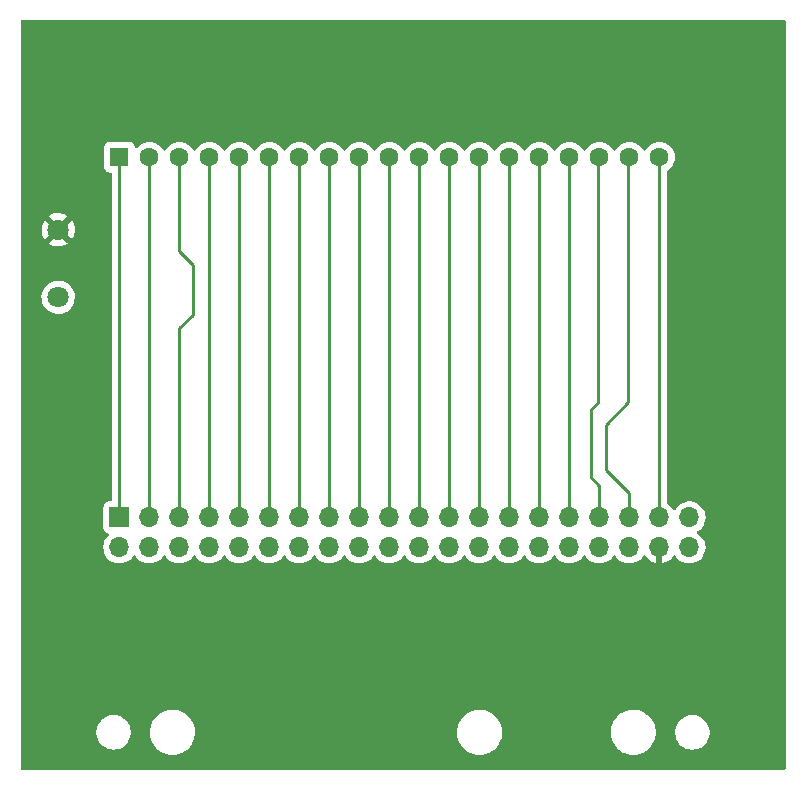
<source format=gtl>
%TF.GenerationSoftware,KiCad,Pcbnew,6.0.2+dfsg-1*%
%TF.CreationDate,2023-01-12T07:51:54+09:00*%
%TF.ProjectId,Akashi-10,416b6173-6869-42d3-9130-2e6b69636164,rev?*%
%TF.SameCoordinates,Original*%
%TF.FileFunction,Copper,L1,Top*%
%TF.FilePolarity,Positive*%
%FSLAX46Y46*%
G04 Gerber Fmt 4.6, Leading zero omitted, Abs format (unit mm)*
G04 Created by KiCad (PCBNEW 6.0.2+dfsg-1) date 2023-01-12 07:51:54*
%MOMM*%
%LPD*%
G01*
G04 APERTURE LIST*
%TA.AperFunction,ComponentPad*%
%ADD10C,1.800000*%
%TD*%
%TA.AperFunction,ComponentPad*%
%ADD11R,1.600000X1.600000*%
%TD*%
%TA.AperFunction,ComponentPad*%
%ADD12C,1.600000*%
%TD*%
%TA.AperFunction,ComponentPad*%
%ADD13R,1.700000X1.700000*%
%TD*%
%TA.AperFunction,ComponentPad*%
%ADD14O,1.700000X1.700000*%
%TD*%
%TA.AperFunction,Conductor*%
%ADD15C,0.250000*%
%TD*%
G04 APERTURE END LIST*
D10*
%TO.P,TP1,1,1*%
%TO.N,GND*%
X122810000Y-97360000D03*
%TD*%
%TO.P,TP2,1,1*%
%TO.N,+3V3*%
X122810000Y-91645000D03*
%TD*%
D11*
%TO.P,U1,1,H1*%
%TO.N,Net-(J1-Pad1)*%
X128000000Y-85500000D03*
D12*
%TO.P,U1,2,Seg_a*%
%TO.N,Net-(J1-Pad3)*%
X130540000Y-85500000D03*
%TO.P,U1,3,D8*%
%TO.N,Net-(J1-Pad5)*%
X133080000Y-85500000D03*
%TO.P,U1,4,Seg_g*%
%TO.N,Net-(J1-Pad7)*%
X135620000Y-85500000D03*
%TO.P,U1,5,D7*%
%TO.N,Net-(J1-Pad9)*%
X138160000Y-85500000D03*
%TO.P,U1,6,Seg_f*%
%TO.N,Net-(J1-Pad11)*%
X140700000Y-85500000D03*
%TO.P,U1,7,D6*%
%TO.N,Net-(J1-Pad13)*%
X143240000Y-85500000D03*
%TO.P,U1,8,Seg_e*%
%TO.N,Net-(J1-Pad15)*%
X145780000Y-85500000D03*
%TO.P,U1,9,D5*%
%TO.N,Net-(J1-Pad17)*%
X148320000Y-85500000D03*
%TO.P,U1,10,D4*%
%TO.N,Net-(J1-Pad19)*%
X150860000Y-85500000D03*
%TO.P,U1,11,Seg_d*%
%TO.N,Net-(J1-Pad21)*%
X153400000Y-85500000D03*
%TO.P,U1,12,D3*%
%TO.N,Net-(J1-Pad23)*%
X155940000Y-85500000D03*
%TO.P,U1,13,DP*%
%TO.N,Net-(J1-Pad25)*%
X158480000Y-85500000D03*
%TO.P,U1,14,D2*%
%TO.N,Net-(J1-Pad27)*%
X161020000Y-85500000D03*
%TO.P,U1,15,Seg_c*%
%TO.N,Net-(J1-Pad29)*%
X163560000Y-85500000D03*
%TO.P,U1,16,D1*%
%TO.N,Net-(J1-Pad31)*%
X166100000Y-85500000D03*
%TO.P,U1,17,Seg_b*%
%TO.N,Net-(J1-Pad33)*%
X168640000Y-85500000D03*
%TO.P,U1,18,D0*%
%TO.N,Net-(J1-Pad35)*%
X171180000Y-85500000D03*
%TO.P,U1,19,H2*%
%TO.N,Net-(J1-Pad2)*%
X173720000Y-85500000D03*
%TD*%
D13*
%TO.P,J1,1,Pin_1*%
%TO.N,Net-(J1-Pad1)*%
X128000000Y-116000000D03*
D14*
%TO.P,J1,2,Pin_2*%
%TO.N,Net-(J1-Pad2)*%
X128000000Y-118540000D03*
%TO.P,J1,3,Pin_3*%
%TO.N,Net-(J1-Pad3)*%
X130540000Y-116000000D03*
%TO.P,J1,4,Pin_4*%
%TO.N,unconnected-(J1-Pad4)*%
X130540000Y-118540000D03*
%TO.P,J1,5,Pin_5*%
%TO.N,Net-(J1-Pad5)*%
X133080000Y-116000000D03*
%TO.P,J1,6,Pin_6*%
%TO.N,Net-(J1-Pad6)*%
X133080000Y-118540000D03*
%TO.P,J1,7,Pin_7*%
%TO.N,Net-(J1-Pad7)*%
X135620000Y-116000000D03*
%TO.P,J1,8,Pin_8*%
%TO.N,Net-(J1-Pad8)*%
X135620000Y-118540000D03*
%TO.P,J1,9,Pin_9*%
%TO.N,Net-(J1-Pad9)*%
X138160000Y-116000000D03*
%TO.P,J1,10,Pin_10*%
%TO.N,Net-(J1-Pad10)*%
X138160000Y-118540000D03*
%TO.P,J1,11,Pin_11*%
%TO.N,Net-(J1-Pad11)*%
X140700000Y-116000000D03*
%TO.P,J1,12,Pin_12*%
%TO.N,Net-(J1-Pad12)*%
X140700000Y-118540000D03*
%TO.P,J1,13,Pin_13*%
%TO.N,Net-(J1-Pad13)*%
X143240000Y-116000000D03*
%TO.P,J1,14,Pin_14*%
%TO.N,Net-(J1-Pad14)*%
X143240000Y-118540000D03*
%TO.P,J1,15,Pin_15*%
%TO.N,Net-(J1-Pad15)*%
X145780000Y-116000000D03*
%TO.P,J1,16,Pin_16*%
%TO.N,Net-(J1-Pad16)*%
X145780000Y-118540000D03*
%TO.P,J1,17,Pin_17*%
%TO.N,Net-(J1-Pad17)*%
X148320000Y-116000000D03*
%TO.P,J1,18,Pin_18*%
%TO.N,Net-(J1-Pad18)*%
X148320000Y-118540000D03*
%TO.P,J1,19,Pin_19*%
%TO.N,Net-(J1-Pad19)*%
X150860000Y-116000000D03*
%TO.P,J1,20,Pin_20*%
%TO.N,Net-(J1-Pad20)*%
X150860000Y-118540000D03*
%TO.P,J1,21,Pin_21*%
%TO.N,Net-(J1-Pad21)*%
X153400000Y-116000000D03*
%TO.P,J1,22,Pin_22*%
%TO.N,Net-(J1-Pad22)*%
X153400000Y-118540000D03*
%TO.P,J1,23,Pin_23*%
%TO.N,Net-(J1-Pad23)*%
X155940000Y-116000000D03*
%TO.P,J1,24,Pin_24*%
%TO.N,Net-(J1-Pad24)*%
X155940000Y-118540000D03*
%TO.P,J1,25,Pin_25*%
%TO.N,Net-(J1-Pad25)*%
X158480000Y-116000000D03*
%TO.P,J1,26,Pin_26*%
%TO.N,Net-(J1-Pad26)*%
X158480000Y-118540000D03*
%TO.P,J1,27,Pin_27*%
%TO.N,Net-(J1-Pad27)*%
X161020000Y-116000000D03*
%TO.P,J1,28,Pin_28*%
%TO.N,Net-(J1-Pad28)*%
X161020000Y-118540000D03*
%TO.P,J1,29,Pin_29*%
%TO.N,Net-(J1-Pad29)*%
X163560000Y-116000000D03*
%TO.P,J1,30,Pin_30*%
%TO.N,unconnected-(J1-Pad30)*%
X163560000Y-118540000D03*
%TO.P,J1,31,Pin_31*%
%TO.N,Net-(J1-Pad31)*%
X166100000Y-116000000D03*
%TO.P,J1,32,Pin_32*%
%TO.N,unconnected-(J1-Pad32)*%
X166100000Y-118540000D03*
%TO.P,J1,33,Pin_33*%
%TO.N,Net-(J1-Pad33)*%
X168640000Y-116000000D03*
%TO.P,J1,34,Pin_34*%
%TO.N,unconnected-(J1-Pad34)*%
X168640000Y-118540000D03*
%TO.P,J1,35,Pin_35*%
%TO.N,Net-(J1-Pad35)*%
X171180000Y-116000000D03*
%TO.P,J1,36,Pin_36*%
%TO.N,unconnected-(J1-Pad36)*%
X171180000Y-118540000D03*
%TO.P,J1,37,Pin_37*%
%TO.N,Net-(J1-Pad2)*%
X173720000Y-116000000D03*
%TO.P,J1,38,Pin_38*%
%TO.N,+3V3*%
X173720000Y-118540000D03*
%TO.P,J1,39,Pin_39*%
%TO.N,unconnected-(J1-Pad39)*%
X176260000Y-116000000D03*
%TO.P,J1,40,Pin_40*%
%TO.N,GND*%
X176260000Y-118540000D03*
%TD*%
D15*
%TO.N,Net-(J1-Pad2)*%
X173720000Y-85500000D02*
X173720000Y-115665000D01*
X173720000Y-115665000D02*
X173610000Y-115775000D01*
%TO.N,Net-(J1-Pad35)*%
X169165000Y-108155000D02*
X171070000Y-106250000D01*
X169165000Y-111965000D02*
X169165000Y-108155000D01*
X171180000Y-113980000D02*
X169165000Y-111965000D01*
X171180000Y-116000000D02*
X171180000Y-113980000D01*
X171070000Y-106250000D02*
X171070000Y-85930000D01*
%TO.N,Net-(J1-Pad33)*%
X168530000Y-106250000D02*
X168530000Y-85295000D01*
X167895000Y-106885000D02*
X168530000Y-106250000D01*
X168640000Y-116000000D02*
X168640000Y-113345000D01*
X167895000Y-112600000D02*
X167895000Y-106885000D01*
X168640000Y-113345000D02*
X167895000Y-112600000D01*
%TO.N,Net-(J1-Pad31)*%
X166100000Y-116000000D02*
X166100000Y-86040000D01*
X166100000Y-86040000D02*
X165990000Y-85930000D01*
%TO.N,Net-(J1-Pad29)*%
X163560000Y-85500000D02*
X163560000Y-115665000D01*
X163560000Y-115665000D02*
X163450000Y-115775000D01*
%TO.N,Net-(J1-Pad27)*%
X161020000Y-115665000D02*
X160910000Y-115775000D01*
X161020000Y-85500000D02*
X161020000Y-115665000D01*
%TO.N,Net-(J1-Pad25)*%
X158480000Y-85500000D02*
X158480000Y-115665000D01*
X158480000Y-115665000D02*
X158370000Y-115775000D01*
%TO.N,Net-(J1-Pad23)*%
X155940000Y-85500000D02*
X155940000Y-115665000D01*
X155940000Y-115665000D02*
X155830000Y-115775000D01*
%TO.N,Net-(J1-Pad21)*%
X153400000Y-116300000D02*
X153290000Y-116190000D01*
X153400000Y-85500000D02*
X153400000Y-116300000D01*
X153290000Y-116190000D02*
X153290000Y-115775000D01*
%TO.N,Net-(J1-Pad19)*%
X150860000Y-86040000D02*
X150750000Y-85930000D01*
X150860000Y-116000000D02*
X150860000Y-86040000D01*
%TO.N,Net-(J1-Pad17)*%
X148320000Y-116000000D02*
X148320000Y-86040000D01*
X148320000Y-86040000D02*
X148210000Y-85930000D01*
%TO.N,Net-(J1-Pad15)*%
X145780000Y-116300000D02*
X145670000Y-116410000D01*
X145780000Y-85500000D02*
X145780000Y-116300000D01*
%TO.N,Net-(J1-Pad13)*%
X143240000Y-116300000D02*
X143130000Y-116410000D01*
X143240000Y-116000000D02*
X143240000Y-116300000D01*
X143240000Y-85500000D02*
X143240000Y-116300000D01*
%TO.N,Net-(J1-Pad11)*%
X140700000Y-116000000D02*
X140700000Y-86040000D01*
X140700000Y-86040000D02*
X140590000Y-85930000D01*
%TO.N,Net-(J1-Pad9)*%
X138160000Y-116000000D02*
X138160000Y-116300000D01*
X138160000Y-85500000D02*
X138160000Y-116300000D01*
X138160000Y-116300000D02*
X138050000Y-116410000D01*
%TO.N,Net-(J1-Pad7)*%
X135620000Y-116000000D02*
X135620000Y-86040000D01*
X135620000Y-86040000D02*
X135510000Y-85930000D01*
%TO.N,Net-(J1-Pad5)*%
X133080000Y-116000000D02*
X133080000Y-100010000D01*
X134240000Y-98850000D02*
X134240000Y-96090000D01*
X133080000Y-93440000D02*
X134240000Y-94600000D01*
X133080000Y-85500000D02*
X133080000Y-93440000D01*
X133080000Y-100010000D02*
X134240000Y-98850000D01*
X134240000Y-96090000D02*
X134240000Y-94820000D01*
X134240000Y-94600000D02*
X134240000Y-96090000D01*
%TO.N,Net-(J1-Pad3)*%
X130540000Y-116300000D02*
X130430000Y-116410000D01*
X130540000Y-85500000D02*
X130540000Y-116300000D01*
%TO.N,Net-(J1-Pad1)*%
X128000000Y-116000000D02*
X128000000Y-86040000D01*
X128000000Y-86040000D02*
X127890000Y-85930000D01*
%TD*%
%TA.AperFunction,Conductor*%
%TO.N,+3V3*%
G36*
X184347121Y-73885002D02*
G01*
X184393614Y-73938658D01*
X184405000Y-73991000D01*
X184405000Y-137239000D01*
X184384998Y-137307121D01*
X184331342Y-137353614D01*
X184279000Y-137365000D01*
X119761000Y-137365000D01*
X119692879Y-137344998D01*
X119646386Y-137291342D01*
X119635000Y-137239000D01*
X119635000Y-134302089D01*
X126040066Y-134302089D01*
X126076343Y-134539163D01*
X126150854Y-134767129D01*
X126261597Y-134979864D01*
X126264700Y-134983997D01*
X126264702Y-134984000D01*
X126307228Y-135040639D01*
X126405598Y-135171655D01*
X126578990Y-135337352D01*
X126777117Y-135472505D01*
X126994656Y-135573484D01*
X127225768Y-135637576D01*
X127329479Y-135648660D01*
X127418222Y-135658144D01*
X127418230Y-135658144D01*
X127421557Y-135658500D01*
X127560803Y-135658500D01*
X127563376Y-135658288D01*
X127563387Y-135658288D01*
X127733876Y-135644271D01*
X127733882Y-135644270D01*
X127739027Y-135643847D01*
X127855332Y-135614633D01*
X127966625Y-135586679D01*
X127966629Y-135586678D01*
X127971636Y-135585420D01*
X127976366Y-135583364D01*
X127976373Y-135583361D01*
X128186841Y-135491847D01*
X128186844Y-135491845D01*
X128191578Y-135489787D01*
X128195912Y-135486983D01*
X128195916Y-135486981D01*
X128388604Y-135362325D01*
X128388607Y-135362323D01*
X128392947Y-135359515D01*
X128414101Y-135340267D01*
X128566513Y-135201582D01*
X128566514Y-135201580D01*
X128570335Y-135198104D01*
X128573534Y-135194053D01*
X128573538Y-135194049D01*
X128715774Y-135013946D01*
X128718979Y-135009888D01*
X128834887Y-134799922D01*
X128914945Y-134573845D01*
X128915853Y-134568749D01*
X128956098Y-134342816D01*
X128956099Y-134342810D01*
X128957004Y-134337727D01*
X128958156Y-134243415D01*
X130586888Y-134243415D01*
X130613193Y-134519130D01*
X130614278Y-134523564D01*
X130614279Y-134523570D01*
X130672675Y-134762211D01*
X130679024Y-134788159D01*
X130680736Y-134792385D01*
X130680737Y-134792389D01*
X130758348Y-134984000D01*
X130783002Y-135044868D01*
X130922948Y-135283878D01*
X131095931Y-135500182D01*
X131298327Y-135689250D01*
X131525896Y-135847120D01*
X131654385Y-135911043D01*
X131769784Y-135968453D01*
X131769787Y-135968454D01*
X131773871Y-135970486D01*
X131778210Y-135971908D01*
X131778209Y-135971908D01*
X132032724Y-136055343D01*
X132032730Y-136055344D01*
X132037057Y-136056763D01*
X132041548Y-136057543D01*
X132041549Y-136057543D01*
X132306160Y-136103487D01*
X132306168Y-136103488D01*
X132309941Y-136104143D01*
X132313778Y-136104334D01*
X132395887Y-136108422D01*
X132395895Y-136108422D01*
X132397458Y-136108500D01*
X132570356Y-136108500D01*
X132572624Y-136108335D01*
X132572636Y-136108335D01*
X132691791Y-136099689D01*
X132776241Y-136093561D01*
X132949348Y-136055343D01*
X133042235Y-136034836D01*
X133042239Y-136034835D01*
X133046695Y-136033851D01*
X133219310Y-135968453D01*
X133301426Y-135937342D01*
X133301429Y-135937341D01*
X133305696Y-135935724D01*
X133547820Y-135801236D01*
X133734849Y-135658500D01*
X133764361Y-135635977D01*
X133764362Y-135635976D01*
X133767993Y-135633205D01*
X133828501Y-135571309D01*
X133958409Y-135438419D01*
X133961604Y-135435151D01*
X134124596Y-135211222D01*
X134253556Y-134966110D01*
X134312244Y-134799922D01*
X134344261Y-134709256D01*
X134345782Y-134704949D01*
X134399341Y-134433210D01*
X134403841Y-134342816D01*
X134408790Y-134243415D01*
X156586888Y-134243415D01*
X156613193Y-134519130D01*
X156614278Y-134523564D01*
X156614279Y-134523570D01*
X156672675Y-134762211D01*
X156679024Y-134788159D01*
X156680736Y-134792385D01*
X156680737Y-134792389D01*
X156758348Y-134984000D01*
X156783002Y-135044868D01*
X156922948Y-135283878D01*
X157095931Y-135500182D01*
X157298327Y-135689250D01*
X157525896Y-135847120D01*
X157654385Y-135911043D01*
X157769784Y-135968453D01*
X157769787Y-135968454D01*
X157773871Y-135970486D01*
X157778210Y-135971908D01*
X157778209Y-135971908D01*
X158032724Y-136055343D01*
X158032730Y-136055344D01*
X158037057Y-136056763D01*
X158041548Y-136057543D01*
X158041549Y-136057543D01*
X158306160Y-136103487D01*
X158306168Y-136103488D01*
X158309941Y-136104143D01*
X158313778Y-136104334D01*
X158395887Y-136108422D01*
X158395895Y-136108422D01*
X158397458Y-136108500D01*
X158570356Y-136108500D01*
X158572624Y-136108335D01*
X158572636Y-136108335D01*
X158691791Y-136099689D01*
X158776241Y-136093561D01*
X158949348Y-136055343D01*
X159042235Y-136034836D01*
X159042239Y-136034835D01*
X159046695Y-136033851D01*
X159219310Y-135968453D01*
X159301426Y-135937342D01*
X159301429Y-135937341D01*
X159305696Y-135935724D01*
X159547820Y-135801236D01*
X159734849Y-135658500D01*
X159764361Y-135635977D01*
X159764362Y-135635976D01*
X159767993Y-135633205D01*
X159828501Y-135571309D01*
X159958409Y-135438419D01*
X159961604Y-135435151D01*
X160124596Y-135211222D01*
X160253556Y-134966110D01*
X160312244Y-134799922D01*
X160344261Y-134709256D01*
X160345782Y-134704949D01*
X160399341Y-134433210D01*
X160403841Y-134342816D01*
X160408790Y-134243415D01*
X169586888Y-134243415D01*
X169613193Y-134519130D01*
X169614278Y-134523564D01*
X169614279Y-134523570D01*
X169672675Y-134762211D01*
X169679024Y-134788159D01*
X169680736Y-134792385D01*
X169680737Y-134792389D01*
X169758348Y-134984000D01*
X169783002Y-135044868D01*
X169922948Y-135283878D01*
X170095931Y-135500182D01*
X170298327Y-135689250D01*
X170525896Y-135847120D01*
X170654385Y-135911043D01*
X170769784Y-135968453D01*
X170769787Y-135968454D01*
X170773871Y-135970486D01*
X170778210Y-135971908D01*
X170778209Y-135971908D01*
X171032724Y-136055343D01*
X171032730Y-136055344D01*
X171037057Y-136056763D01*
X171041548Y-136057543D01*
X171041549Y-136057543D01*
X171306160Y-136103487D01*
X171306168Y-136103488D01*
X171309941Y-136104143D01*
X171313778Y-136104334D01*
X171395887Y-136108422D01*
X171395895Y-136108422D01*
X171397458Y-136108500D01*
X171570356Y-136108500D01*
X171572624Y-136108335D01*
X171572636Y-136108335D01*
X171691791Y-136099689D01*
X171776241Y-136093561D01*
X171949348Y-136055343D01*
X172042235Y-136034836D01*
X172042239Y-136034835D01*
X172046695Y-136033851D01*
X172219310Y-135968453D01*
X172301426Y-135937342D01*
X172301429Y-135937341D01*
X172305696Y-135935724D01*
X172547820Y-135801236D01*
X172734849Y-135658500D01*
X172764361Y-135635977D01*
X172764362Y-135635976D01*
X172767993Y-135633205D01*
X172828501Y-135571309D01*
X172958409Y-135438419D01*
X172961604Y-135435151D01*
X173124596Y-135211222D01*
X173253556Y-134966110D01*
X173312244Y-134799922D01*
X173344261Y-134709256D01*
X173345782Y-134704949D01*
X173399341Y-134433210D01*
X173403841Y-134342816D01*
X173405869Y-134302089D01*
X175040066Y-134302089D01*
X175076343Y-134539163D01*
X175150854Y-134767129D01*
X175261597Y-134979864D01*
X175264700Y-134983997D01*
X175264702Y-134984000D01*
X175307228Y-135040639D01*
X175405598Y-135171655D01*
X175578990Y-135337352D01*
X175777117Y-135472505D01*
X175994656Y-135573484D01*
X176225768Y-135637576D01*
X176329479Y-135648660D01*
X176418222Y-135658144D01*
X176418230Y-135658144D01*
X176421557Y-135658500D01*
X176560803Y-135658500D01*
X176563376Y-135658288D01*
X176563387Y-135658288D01*
X176733876Y-135644271D01*
X176733882Y-135644270D01*
X176739027Y-135643847D01*
X176855332Y-135614633D01*
X176966625Y-135586679D01*
X176966629Y-135586678D01*
X176971636Y-135585420D01*
X176976366Y-135583364D01*
X176976373Y-135583361D01*
X177186841Y-135491847D01*
X177186844Y-135491845D01*
X177191578Y-135489787D01*
X177195912Y-135486983D01*
X177195916Y-135486981D01*
X177388604Y-135362325D01*
X177388607Y-135362323D01*
X177392947Y-135359515D01*
X177414101Y-135340267D01*
X177566513Y-135201582D01*
X177566514Y-135201580D01*
X177570335Y-135198104D01*
X177573534Y-135194053D01*
X177573538Y-135194049D01*
X177715774Y-135013946D01*
X177718979Y-135009888D01*
X177834887Y-134799922D01*
X177914945Y-134573845D01*
X177915853Y-134568749D01*
X177956098Y-134342816D01*
X177956099Y-134342810D01*
X177957004Y-134337727D01*
X177959934Y-134097911D01*
X177923657Y-133860837D01*
X177849146Y-133632871D01*
X177738403Y-133420136D01*
X177715861Y-133390112D01*
X177597507Y-133232480D01*
X177597505Y-133232477D01*
X177594402Y-133228345D01*
X177421010Y-133062648D01*
X177222883Y-132927495D01*
X177005344Y-132826516D01*
X176774232Y-132762424D01*
X176670521Y-132751340D01*
X176581778Y-132741856D01*
X176581770Y-132741856D01*
X176578443Y-132741500D01*
X176439197Y-132741500D01*
X176436624Y-132741712D01*
X176436613Y-132741712D01*
X176266124Y-132755729D01*
X176266118Y-132755730D01*
X176260973Y-132756153D01*
X176205595Y-132770063D01*
X176033375Y-132813321D01*
X176033371Y-132813322D01*
X176028364Y-132814580D01*
X176023634Y-132816636D01*
X176023627Y-132816639D01*
X175813159Y-132908153D01*
X175813156Y-132908155D01*
X175808422Y-132910213D01*
X175804088Y-132913017D01*
X175804084Y-132913019D01*
X175611396Y-133037675D01*
X175611393Y-133037677D01*
X175607053Y-133040485D01*
X175603230Y-133043964D01*
X175603227Y-133043966D01*
X175448139Y-133185086D01*
X175429665Y-133201896D01*
X175426466Y-133205947D01*
X175426462Y-133205951D01*
X175405511Y-133232480D01*
X175281021Y-133390112D01*
X175165113Y-133600078D01*
X175085055Y-133826155D01*
X175084148Y-133831248D01*
X175084147Y-133831251D01*
X175075309Y-133880870D01*
X175042996Y-134062273D01*
X175040066Y-134302089D01*
X173405869Y-134302089D01*
X173412885Y-134161154D01*
X173412885Y-134161148D01*
X173413112Y-134156585D01*
X173386807Y-133880870D01*
X173380703Y-133855922D01*
X173322061Y-133616275D01*
X173320976Y-133611841D01*
X173318188Y-133604956D01*
X173218711Y-133359361D01*
X173218711Y-133359360D01*
X173216998Y-133355132D01*
X173077052Y-133116122D01*
X172904069Y-132899818D01*
X172701673Y-132710750D01*
X172474104Y-132552880D01*
X172292751Y-132462658D01*
X172230216Y-132431547D01*
X172230213Y-132431546D01*
X172226129Y-132429514D01*
X172185245Y-132416112D01*
X171967276Y-132344657D01*
X171967270Y-132344656D01*
X171962943Y-132343237D01*
X171958451Y-132342457D01*
X171693840Y-132296513D01*
X171693832Y-132296512D01*
X171690059Y-132295857D01*
X171677996Y-132295256D01*
X171604113Y-132291578D01*
X171604105Y-132291578D01*
X171602542Y-132291500D01*
X171429644Y-132291500D01*
X171427376Y-132291665D01*
X171427364Y-132291665D01*
X171308209Y-132300311D01*
X171223759Y-132306439D01*
X171088532Y-132336294D01*
X170957765Y-132365164D01*
X170957761Y-132365165D01*
X170953305Y-132366149D01*
X170823804Y-132415213D01*
X170698574Y-132462658D01*
X170698571Y-132462659D01*
X170694304Y-132464276D01*
X170452180Y-132598764D01*
X170448548Y-132601536D01*
X170244302Y-132757412D01*
X170232007Y-132766795D01*
X170228814Y-132770061D01*
X170228812Y-132770063D01*
X170135201Y-132865822D01*
X170038396Y-132964849D01*
X169875404Y-133188778D01*
X169746444Y-133433890D01*
X169744926Y-133438188D01*
X169744924Y-133438193D01*
X169686034Y-133604956D01*
X169654218Y-133695051D01*
X169600659Y-133966790D01*
X169600432Y-133971347D01*
X169600432Y-133971348D01*
X169591211Y-134156585D01*
X169586888Y-134243415D01*
X160408790Y-134243415D01*
X160412885Y-134161154D01*
X160412885Y-134161148D01*
X160413112Y-134156585D01*
X160386807Y-133880870D01*
X160380703Y-133855922D01*
X160322061Y-133616275D01*
X160320976Y-133611841D01*
X160318188Y-133604956D01*
X160218711Y-133359361D01*
X160218711Y-133359360D01*
X160216998Y-133355132D01*
X160077052Y-133116122D01*
X159904069Y-132899818D01*
X159701673Y-132710750D01*
X159474104Y-132552880D01*
X159292751Y-132462658D01*
X159230216Y-132431547D01*
X159230213Y-132431546D01*
X159226129Y-132429514D01*
X159185245Y-132416112D01*
X158967276Y-132344657D01*
X158967270Y-132344656D01*
X158962943Y-132343237D01*
X158958451Y-132342457D01*
X158693840Y-132296513D01*
X158693832Y-132296512D01*
X158690059Y-132295857D01*
X158677996Y-132295256D01*
X158604113Y-132291578D01*
X158604105Y-132291578D01*
X158602542Y-132291500D01*
X158429644Y-132291500D01*
X158427376Y-132291665D01*
X158427364Y-132291665D01*
X158308209Y-132300311D01*
X158223759Y-132306439D01*
X158088532Y-132336294D01*
X157957765Y-132365164D01*
X157957761Y-132365165D01*
X157953305Y-132366149D01*
X157823804Y-132415213D01*
X157698574Y-132462658D01*
X157698571Y-132462659D01*
X157694304Y-132464276D01*
X157452180Y-132598764D01*
X157448548Y-132601536D01*
X157244302Y-132757412D01*
X157232007Y-132766795D01*
X157228814Y-132770061D01*
X157228812Y-132770063D01*
X157135201Y-132865822D01*
X157038396Y-132964849D01*
X156875404Y-133188778D01*
X156746444Y-133433890D01*
X156744926Y-133438188D01*
X156744924Y-133438193D01*
X156686034Y-133604956D01*
X156654218Y-133695051D01*
X156600659Y-133966790D01*
X156600432Y-133971347D01*
X156600432Y-133971348D01*
X156591211Y-134156585D01*
X156586888Y-134243415D01*
X134408790Y-134243415D01*
X134412885Y-134161154D01*
X134412885Y-134161148D01*
X134413112Y-134156585D01*
X134386807Y-133880870D01*
X134380703Y-133855922D01*
X134322061Y-133616275D01*
X134320976Y-133611841D01*
X134318188Y-133604956D01*
X134218711Y-133359361D01*
X134218711Y-133359360D01*
X134216998Y-133355132D01*
X134077052Y-133116122D01*
X133904069Y-132899818D01*
X133701673Y-132710750D01*
X133474104Y-132552880D01*
X133292751Y-132462658D01*
X133230216Y-132431547D01*
X133230213Y-132431546D01*
X133226129Y-132429514D01*
X133185245Y-132416112D01*
X132967276Y-132344657D01*
X132967270Y-132344656D01*
X132962943Y-132343237D01*
X132958451Y-132342457D01*
X132693840Y-132296513D01*
X132693832Y-132296512D01*
X132690059Y-132295857D01*
X132677996Y-132295256D01*
X132604113Y-132291578D01*
X132604105Y-132291578D01*
X132602542Y-132291500D01*
X132429644Y-132291500D01*
X132427376Y-132291665D01*
X132427364Y-132291665D01*
X132308209Y-132300311D01*
X132223759Y-132306439D01*
X132088532Y-132336294D01*
X131957765Y-132365164D01*
X131957761Y-132365165D01*
X131953305Y-132366149D01*
X131823804Y-132415213D01*
X131698574Y-132462658D01*
X131698571Y-132462659D01*
X131694304Y-132464276D01*
X131452180Y-132598764D01*
X131448548Y-132601536D01*
X131244302Y-132757412D01*
X131232007Y-132766795D01*
X131228814Y-132770061D01*
X131228812Y-132770063D01*
X131135201Y-132865822D01*
X131038396Y-132964849D01*
X130875404Y-133188778D01*
X130746444Y-133433890D01*
X130744926Y-133438188D01*
X130744924Y-133438193D01*
X130686034Y-133604956D01*
X130654218Y-133695051D01*
X130600659Y-133966790D01*
X130600432Y-133971347D01*
X130600432Y-133971348D01*
X130591211Y-134156585D01*
X130586888Y-134243415D01*
X128958156Y-134243415D01*
X128959934Y-134097911D01*
X128923657Y-133860837D01*
X128849146Y-133632871D01*
X128738403Y-133420136D01*
X128715861Y-133390112D01*
X128597507Y-133232480D01*
X128597505Y-133232477D01*
X128594402Y-133228345D01*
X128421010Y-133062648D01*
X128222883Y-132927495D01*
X128005344Y-132826516D01*
X127774232Y-132762424D01*
X127670521Y-132751340D01*
X127581778Y-132741856D01*
X127581770Y-132741856D01*
X127578443Y-132741500D01*
X127439197Y-132741500D01*
X127436624Y-132741712D01*
X127436613Y-132741712D01*
X127266124Y-132755729D01*
X127266118Y-132755730D01*
X127260973Y-132756153D01*
X127205595Y-132770063D01*
X127033375Y-132813321D01*
X127033371Y-132813322D01*
X127028364Y-132814580D01*
X127023634Y-132816636D01*
X127023627Y-132816639D01*
X126813159Y-132908153D01*
X126813156Y-132908155D01*
X126808422Y-132910213D01*
X126804088Y-132913017D01*
X126804084Y-132913019D01*
X126611396Y-133037675D01*
X126611393Y-133037677D01*
X126607053Y-133040485D01*
X126603230Y-133043964D01*
X126603227Y-133043966D01*
X126448139Y-133185086D01*
X126429665Y-133201896D01*
X126426466Y-133205947D01*
X126426462Y-133205951D01*
X126405511Y-133232480D01*
X126281021Y-133390112D01*
X126165113Y-133600078D01*
X126085055Y-133826155D01*
X126084148Y-133831248D01*
X126084147Y-133831251D01*
X126075309Y-133880870D01*
X126042996Y-134062273D01*
X126040066Y-134302089D01*
X119635000Y-134302089D01*
X119635000Y-118506695D01*
X126637251Y-118506695D01*
X126637548Y-118511848D01*
X126637548Y-118511851D01*
X126643011Y-118606590D01*
X126650110Y-118729715D01*
X126651247Y-118734761D01*
X126651248Y-118734767D01*
X126671119Y-118822939D01*
X126699222Y-118947639D01*
X126783266Y-119154616D01*
X126834019Y-119237438D01*
X126897291Y-119340688D01*
X126899987Y-119345088D01*
X127046250Y-119513938D01*
X127218126Y-119656632D01*
X127411000Y-119769338D01*
X127619692Y-119849030D01*
X127624760Y-119850061D01*
X127624763Y-119850062D01*
X127719862Y-119869410D01*
X127838597Y-119893567D01*
X127843772Y-119893757D01*
X127843774Y-119893757D01*
X128056673Y-119901564D01*
X128056677Y-119901564D01*
X128061837Y-119901753D01*
X128066957Y-119901097D01*
X128066959Y-119901097D01*
X128278288Y-119874025D01*
X128278289Y-119874025D01*
X128283416Y-119873368D01*
X128288366Y-119871883D01*
X128492429Y-119810661D01*
X128492434Y-119810659D01*
X128497384Y-119809174D01*
X128697994Y-119710896D01*
X128879860Y-119581173D01*
X129038096Y-119423489D01*
X129097594Y-119340689D01*
X129168453Y-119242077D01*
X129169776Y-119243028D01*
X129216645Y-119199857D01*
X129286580Y-119187625D01*
X129352026Y-119215144D01*
X129379875Y-119246994D01*
X129439987Y-119345088D01*
X129586250Y-119513938D01*
X129758126Y-119656632D01*
X129951000Y-119769338D01*
X130159692Y-119849030D01*
X130164760Y-119850061D01*
X130164763Y-119850062D01*
X130259862Y-119869410D01*
X130378597Y-119893567D01*
X130383772Y-119893757D01*
X130383774Y-119893757D01*
X130596673Y-119901564D01*
X130596677Y-119901564D01*
X130601837Y-119901753D01*
X130606957Y-119901097D01*
X130606959Y-119901097D01*
X130818288Y-119874025D01*
X130818289Y-119874025D01*
X130823416Y-119873368D01*
X130828366Y-119871883D01*
X131032429Y-119810661D01*
X131032434Y-119810659D01*
X131037384Y-119809174D01*
X131237994Y-119710896D01*
X131419860Y-119581173D01*
X131578096Y-119423489D01*
X131637594Y-119340689D01*
X131708453Y-119242077D01*
X131709776Y-119243028D01*
X131756645Y-119199857D01*
X131826580Y-119187625D01*
X131892026Y-119215144D01*
X131919875Y-119246994D01*
X131979987Y-119345088D01*
X132126250Y-119513938D01*
X132298126Y-119656632D01*
X132491000Y-119769338D01*
X132699692Y-119849030D01*
X132704760Y-119850061D01*
X132704763Y-119850062D01*
X132799862Y-119869410D01*
X132918597Y-119893567D01*
X132923772Y-119893757D01*
X132923774Y-119893757D01*
X133136673Y-119901564D01*
X133136677Y-119901564D01*
X133141837Y-119901753D01*
X133146957Y-119901097D01*
X133146959Y-119901097D01*
X133358288Y-119874025D01*
X133358289Y-119874025D01*
X133363416Y-119873368D01*
X133368366Y-119871883D01*
X133572429Y-119810661D01*
X133572434Y-119810659D01*
X133577384Y-119809174D01*
X133777994Y-119710896D01*
X133959860Y-119581173D01*
X134118096Y-119423489D01*
X134177594Y-119340689D01*
X134248453Y-119242077D01*
X134249776Y-119243028D01*
X134296645Y-119199857D01*
X134366580Y-119187625D01*
X134432026Y-119215144D01*
X134459875Y-119246994D01*
X134519987Y-119345088D01*
X134666250Y-119513938D01*
X134838126Y-119656632D01*
X135031000Y-119769338D01*
X135239692Y-119849030D01*
X135244760Y-119850061D01*
X135244763Y-119850062D01*
X135339862Y-119869410D01*
X135458597Y-119893567D01*
X135463772Y-119893757D01*
X135463774Y-119893757D01*
X135676673Y-119901564D01*
X135676677Y-119901564D01*
X135681837Y-119901753D01*
X135686957Y-119901097D01*
X135686959Y-119901097D01*
X135898288Y-119874025D01*
X135898289Y-119874025D01*
X135903416Y-119873368D01*
X135908366Y-119871883D01*
X136112429Y-119810661D01*
X136112434Y-119810659D01*
X136117384Y-119809174D01*
X136317994Y-119710896D01*
X136499860Y-119581173D01*
X136658096Y-119423489D01*
X136717594Y-119340689D01*
X136788453Y-119242077D01*
X136789776Y-119243028D01*
X136836645Y-119199857D01*
X136906580Y-119187625D01*
X136972026Y-119215144D01*
X136999875Y-119246994D01*
X137059987Y-119345088D01*
X137206250Y-119513938D01*
X137378126Y-119656632D01*
X137571000Y-119769338D01*
X137779692Y-119849030D01*
X137784760Y-119850061D01*
X137784763Y-119850062D01*
X137879862Y-119869410D01*
X137998597Y-119893567D01*
X138003772Y-119893757D01*
X138003774Y-119893757D01*
X138216673Y-119901564D01*
X138216677Y-119901564D01*
X138221837Y-119901753D01*
X138226957Y-119901097D01*
X138226959Y-119901097D01*
X138438288Y-119874025D01*
X138438289Y-119874025D01*
X138443416Y-119873368D01*
X138448366Y-119871883D01*
X138652429Y-119810661D01*
X138652434Y-119810659D01*
X138657384Y-119809174D01*
X138857994Y-119710896D01*
X139039860Y-119581173D01*
X139198096Y-119423489D01*
X139257594Y-119340689D01*
X139328453Y-119242077D01*
X139329776Y-119243028D01*
X139376645Y-119199857D01*
X139446580Y-119187625D01*
X139512026Y-119215144D01*
X139539875Y-119246994D01*
X139599987Y-119345088D01*
X139746250Y-119513938D01*
X139918126Y-119656632D01*
X140111000Y-119769338D01*
X140319692Y-119849030D01*
X140324760Y-119850061D01*
X140324763Y-119850062D01*
X140419862Y-119869410D01*
X140538597Y-119893567D01*
X140543772Y-119893757D01*
X140543774Y-119893757D01*
X140756673Y-119901564D01*
X140756677Y-119901564D01*
X140761837Y-119901753D01*
X140766957Y-119901097D01*
X140766959Y-119901097D01*
X140978288Y-119874025D01*
X140978289Y-119874025D01*
X140983416Y-119873368D01*
X140988366Y-119871883D01*
X141192429Y-119810661D01*
X141192434Y-119810659D01*
X141197384Y-119809174D01*
X141397994Y-119710896D01*
X141579860Y-119581173D01*
X141738096Y-119423489D01*
X141797594Y-119340689D01*
X141868453Y-119242077D01*
X141869776Y-119243028D01*
X141916645Y-119199857D01*
X141986580Y-119187625D01*
X142052026Y-119215144D01*
X142079875Y-119246994D01*
X142139987Y-119345088D01*
X142286250Y-119513938D01*
X142458126Y-119656632D01*
X142651000Y-119769338D01*
X142859692Y-119849030D01*
X142864760Y-119850061D01*
X142864763Y-119850062D01*
X142959862Y-119869410D01*
X143078597Y-119893567D01*
X143083772Y-119893757D01*
X143083774Y-119893757D01*
X143296673Y-119901564D01*
X143296677Y-119901564D01*
X143301837Y-119901753D01*
X143306957Y-119901097D01*
X143306959Y-119901097D01*
X143518288Y-119874025D01*
X143518289Y-119874025D01*
X143523416Y-119873368D01*
X143528366Y-119871883D01*
X143732429Y-119810661D01*
X143732434Y-119810659D01*
X143737384Y-119809174D01*
X143937994Y-119710896D01*
X144119860Y-119581173D01*
X144278096Y-119423489D01*
X144337594Y-119340689D01*
X144408453Y-119242077D01*
X144409776Y-119243028D01*
X144456645Y-119199857D01*
X144526580Y-119187625D01*
X144592026Y-119215144D01*
X144619875Y-119246994D01*
X144679987Y-119345088D01*
X144826250Y-119513938D01*
X144998126Y-119656632D01*
X145191000Y-119769338D01*
X145399692Y-119849030D01*
X145404760Y-119850061D01*
X145404763Y-119850062D01*
X145499862Y-119869410D01*
X145618597Y-119893567D01*
X145623772Y-119893757D01*
X145623774Y-119893757D01*
X145836673Y-119901564D01*
X145836677Y-119901564D01*
X145841837Y-119901753D01*
X145846957Y-119901097D01*
X145846959Y-119901097D01*
X146058288Y-119874025D01*
X146058289Y-119874025D01*
X146063416Y-119873368D01*
X146068366Y-119871883D01*
X146272429Y-119810661D01*
X146272434Y-119810659D01*
X146277384Y-119809174D01*
X146477994Y-119710896D01*
X146659860Y-119581173D01*
X146818096Y-119423489D01*
X146877594Y-119340689D01*
X146948453Y-119242077D01*
X146949776Y-119243028D01*
X146996645Y-119199857D01*
X147066580Y-119187625D01*
X147132026Y-119215144D01*
X147159875Y-119246994D01*
X147219987Y-119345088D01*
X147366250Y-119513938D01*
X147538126Y-119656632D01*
X147731000Y-119769338D01*
X147939692Y-119849030D01*
X147944760Y-119850061D01*
X147944763Y-119850062D01*
X148039862Y-119869410D01*
X148158597Y-119893567D01*
X148163772Y-119893757D01*
X148163774Y-119893757D01*
X148376673Y-119901564D01*
X148376677Y-119901564D01*
X148381837Y-119901753D01*
X148386957Y-119901097D01*
X148386959Y-119901097D01*
X148598288Y-119874025D01*
X148598289Y-119874025D01*
X148603416Y-119873368D01*
X148608366Y-119871883D01*
X148812429Y-119810661D01*
X148812434Y-119810659D01*
X148817384Y-119809174D01*
X149017994Y-119710896D01*
X149199860Y-119581173D01*
X149358096Y-119423489D01*
X149417594Y-119340689D01*
X149488453Y-119242077D01*
X149489776Y-119243028D01*
X149536645Y-119199857D01*
X149606580Y-119187625D01*
X149672026Y-119215144D01*
X149699875Y-119246994D01*
X149759987Y-119345088D01*
X149906250Y-119513938D01*
X150078126Y-119656632D01*
X150271000Y-119769338D01*
X150479692Y-119849030D01*
X150484760Y-119850061D01*
X150484763Y-119850062D01*
X150579862Y-119869410D01*
X150698597Y-119893567D01*
X150703772Y-119893757D01*
X150703774Y-119893757D01*
X150916673Y-119901564D01*
X150916677Y-119901564D01*
X150921837Y-119901753D01*
X150926957Y-119901097D01*
X150926959Y-119901097D01*
X151138288Y-119874025D01*
X151138289Y-119874025D01*
X151143416Y-119873368D01*
X151148366Y-119871883D01*
X151352429Y-119810661D01*
X151352434Y-119810659D01*
X151357384Y-119809174D01*
X151557994Y-119710896D01*
X151739860Y-119581173D01*
X151898096Y-119423489D01*
X151957594Y-119340689D01*
X152028453Y-119242077D01*
X152029776Y-119243028D01*
X152076645Y-119199857D01*
X152146580Y-119187625D01*
X152212026Y-119215144D01*
X152239875Y-119246994D01*
X152299987Y-119345088D01*
X152446250Y-119513938D01*
X152618126Y-119656632D01*
X152811000Y-119769338D01*
X153019692Y-119849030D01*
X153024760Y-119850061D01*
X153024763Y-119850062D01*
X153119862Y-119869410D01*
X153238597Y-119893567D01*
X153243772Y-119893757D01*
X153243774Y-119893757D01*
X153456673Y-119901564D01*
X153456677Y-119901564D01*
X153461837Y-119901753D01*
X153466957Y-119901097D01*
X153466959Y-119901097D01*
X153678288Y-119874025D01*
X153678289Y-119874025D01*
X153683416Y-119873368D01*
X153688366Y-119871883D01*
X153892429Y-119810661D01*
X153892434Y-119810659D01*
X153897384Y-119809174D01*
X154097994Y-119710896D01*
X154279860Y-119581173D01*
X154438096Y-119423489D01*
X154497594Y-119340689D01*
X154568453Y-119242077D01*
X154569776Y-119243028D01*
X154616645Y-119199857D01*
X154686580Y-119187625D01*
X154752026Y-119215144D01*
X154779875Y-119246994D01*
X154839987Y-119345088D01*
X154986250Y-119513938D01*
X155158126Y-119656632D01*
X155351000Y-119769338D01*
X155559692Y-119849030D01*
X155564760Y-119850061D01*
X155564763Y-119850062D01*
X155659862Y-119869410D01*
X155778597Y-119893567D01*
X155783772Y-119893757D01*
X155783774Y-119893757D01*
X155996673Y-119901564D01*
X155996677Y-119901564D01*
X156001837Y-119901753D01*
X156006957Y-119901097D01*
X156006959Y-119901097D01*
X156218288Y-119874025D01*
X156218289Y-119874025D01*
X156223416Y-119873368D01*
X156228366Y-119871883D01*
X156432429Y-119810661D01*
X156432434Y-119810659D01*
X156437384Y-119809174D01*
X156637994Y-119710896D01*
X156819860Y-119581173D01*
X156978096Y-119423489D01*
X157037594Y-119340689D01*
X157108453Y-119242077D01*
X157109776Y-119243028D01*
X157156645Y-119199857D01*
X157226580Y-119187625D01*
X157292026Y-119215144D01*
X157319875Y-119246994D01*
X157379987Y-119345088D01*
X157526250Y-119513938D01*
X157698126Y-119656632D01*
X157891000Y-119769338D01*
X158099692Y-119849030D01*
X158104760Y-119850061D01*
X158104763Y-119850062D01*
X158199862Y-119869410D01*
X158318597Y-119893567D01*
X158323772Y-119893757D01*
X158323774Y-119893757D01*
X158536673Y-119901564D01*
X158536677Y-119901564D01*
X158541837Y-119901753D01*
X158546957Y-119901097D01*
X158546959Y-119901097D01*
X158758288Y-119874025D01*
X158758289Y-119874025D01*
X158763416Y-119873368D01*
X158768366Y-119871883D01*
X158972429Y-119810661D01*
X158972434Y-119810659D01*
X158977384Y-119809174D01*
X159177994Y-119710896D01*
X159359860Y-119581173D01*
X159518096Y-119423489D01*
X159577594Y-119340689D01*
X159648453Y-119242077D01*
X159649776Y-119243028D01*
X159696645Y-119199857D01*
X159766580Y-119187625D01*
X159832026Y-119215144D01*
X159859875Y-119246994D01*
X159919987Y-119345088D01*
X160066250Y-119513938D01*
X160238126Y-119656632D01*
X160431000Y-119769338D01*
X160639692Y-119849030D01*
X160644760Y-119850061D01*
X160644763Y-119850062D01*
X160739862Y-119869410D01*
X160858597Y-119893567D01*
X160863772Y-119893757D01*
X160863774Y-119893757D01*
X161076673Y-119901564D01*
X161076677Y-119901564D01*
X161081837Y-119901753D01*
X161086957Y-119901097D01*
X161086959Y-119901097D01*
X161298288Y-119874025D01*
X161298289Y-119874025D01*
X161303416Y-119873368D01*
X161308366Y-119871883D01*
X161512429Y-119810661D01*
X161512434Y-119810659D01*
X161517384Y-119809174D01*
X161717994Y-119710896D01*
X161899860Y-119581173D01*
X162058096Y-119423489D01*
X162117594Y-119340689D01*
X162188453Y-119242077D01*
X162189776Y-119243028D01*
X162236645Y-119199857D01*
X162306580Y-119187625D01*
X162372026Y-119215144D01*
X162399875Y-119246994D01*
X162459987Y-119345088D01*
X162606250Y-119513938D01*
X162778126Y-119656632D01*
X162971000Y-119769338D01*
X163179692Y-119849030D01*
X163184760Y-119850061D01*
X163184763Y-119850062D01*
X163279862Y-119869410D01*
X163398597Y-119893567D01*
X163403772Y-119893757D01*
X163403774Y-119893757D01*
X163616673Y-119901564D01*
X163616677Y-119901564D01*
X163621837Y-119901753D01*
X163626957Y-119901097D01*
X163626959Y-119901097D01*
X163838288Y-119874025D01*
X163838289Y-119874025D01*
X163843416Y-119873368D01*
X163848366Y-119871883D01*
X164052429Y-119810661D01*
X164052434Y-119810659D01*
X164057384Y-119809174D01*
X164257994Y-119710896D01*
X164439860Y-119581173D01*
X164598096Y-119423489D01*
X164657594Y-119340689D01*
X164728453Y-119242077D01*
X164729776Y-119243028D01*
X164776645Y-119199857D01*
X164846580Y-119187625D01*
X164912026Y-119215144D01*
X164939875Y-119246994D01*
X164999987Y-119345088D01*
X165146250Y-119513938D01*
X165318126Y-119656632D01*
X165511000Y-119769338D01*
X165719692Y-119849030D01*
X165724760Y-119850061D01*
X165724763Y-119850062D01*
X165819862Y-119869410D01*
X165938597Y-119893567D01*
X165943772Y-119893757D01*
X165943774Y-119893757D01*
X166156673Y-119901564D01*
X166156677Y-119901564D01*
X166161837Y-119901753D01*
X166166957Y-119901097D01*
X166166959Y-119901097D01*
X166378288Y-119874025D01*
X166378289Y-119874025D01*
X166383416Y-119873368D01*
X166388366Y-119871883D01*
X166592429Y-119810661D01*
X166592434Y-119810659D01*
X166597384Y-119809174D01*
X166797994Y-119710896D01*
X166979860Y-119581173D01*
X167138096Y-119423489D01*
X167197594Y-119340689D01*
X167268453Y-119242077D01*
X167269776Y-119243028D01*
X167316645Y-119199857D01*
X167386580Y-119187625D01*
X167452026Y-119215144D01*
X167479875Y-119246994D01*
X167539987Y-119345088D01*
X167686250Y-119513938D01*
X167858126Y-119656632D01*
X168051000Y-119769338D01*
X168259692Y-119849030D01*
X168264760Y-119850061D01*
X168264763Y-119850062D01*
X168359862Y-119869410D01*
X168478597Y-119893567D01*
X168483772Y-119893757D01*
X168483774Y-119893757D01*
X168696673Y-119901564D01*
X168696677Y-119901564D01*
X168701837Y-119901753D01*
X168706957Y-119901097D01*
X168706959Y-119901097D01*
X168918288Y-119874025D01*
X168918289Y-119874025D01*
X168923416Y-119873368D01*
X168928366Y-119871883D01*
X169132429Y-119810661D01*
X169132434Y-119810659D01*
X169137384Y-119809174D01*
X169337994Y-119710896D01*
X169519860Y-119581173D01*
X169678096Y-119423489D01*
X169737594Y-119340689D01*
X169808453Y-119242077D01*
X169809776Y-119243028D01*
X169856645Y-119199857D01*
X169926580Y-119187625D01*
X169992026Y-119215144D01*
X170019875Y-119246994D01*
X170079987Y-119345088D01*
X170226250Y-119513938D01*
X170398126Y-119656632D01*
X170591000Y-119769338D01*
X170799692Y-119849030D01*
X170804760Y-119850061D01*
X170804763Y-119850062D01*
X170899862Y-119869410D01*
X171018597Y-119893567D01*
X171023772Y-119893757D01*
X171023774Y-119893757D01*
X171236673Y-119901564D01*
X171236677Y-119901564D01*
X171241837Y-119901753D01*
X171246957Y-119901097D01*
X171246959Y-119901097D01*
X171458288Y-119874025D01*
X171458289Y-119874025D01*
X171463416Y-119873368D01*
X171468366Y-119871883D01*
X171672429Y-119810661D01*
X171672434Y-119810659D01*
X171677384Y-119809174D01*
X171877994Y-119710896D01*
X172059860Y-119581173D01*
X172218096Y-119423489D01*
X172277594Y-119340689D01*
X172348453Y-119242077D01*
X172349640Y-119242930D01*
X172396960Y-119199362D01*
X172466897Y-119187145D01*
X172532338Y-119214678D01*
X172560166Y-119246511D01*
X172617694Y-119340388D01*
X172623777Y-119348699D01*
X172763213Y-119509667D01*
X172770580Y-119516883D01*
X172934434Y-119652916D01*
X172942881Y-119658831D01*
X173126756Y-119766279D01*
X173136042Y-119770729D01*
X173335001Y-119846703D01*
X173344899Y-119849579D01*
X173448250Y-119870606D01*
X173462299Y-119869410D01*
X173466000Y-119859065D01*
X173466000Y-118412000D01*
X173486002Y-118343879D01*
X173539658Y-118297386D01*
X173592000Y-118286000D01*
X173848000Y-118286000D01*
X173916121Y-118306002D01*
X173962614Y-118359658D01*
X173974000Y-118412000D01*
X173974000Y-119858517D01*
X173978064Y-119872359D01*
X173991478Y-119874393D01*
X173998184Y-119873534D01*
X174008262Y-119871392D01*
X174212255Y-119810191D01*
X174221842Y-119806433D01*
X174413095Y-119712739D01*
X174421945Y-119707464D01*
X174595328Y-119583792D01*
X174603200Y-119577139D01*
X174754052Y-119426812D01*
X174760730Y-119418965D01*
X174888022Y-119241819D01*
X174889279Y-119242722D01*
X174936373Y-119199362D01*
X175006311Y-119187145D01*
X175071751Y-119214678D01*
X175099579Y-119246511D01*
X175159987Y-119345088D01*
X175306250Y-119513938D01*
X175478126Y-119656632D01*
X175671000Y-119769338D01*
X175879692Y-119849030D01*
X175884760Y-119850061D01*
X175884763Y-119850062D01*
X175979862Y-119869410D01*
X176098597Y-119893567D01*
X176103772Y-119893757D01*
X176103774Y-119893757D01*
X176316673Y-119901564D01*
X176316677Y-119901564D01*
X176321837Y-119901753D01*
X176326957Y-119901097D01*
X176326959Y-119901097D01*
X176538288Y-119874025D01*
X176538289Y-119874025D01*
X176543416Y-119873368D01*
X176548366Y-119871883D01*
X176752429Y-119810661D01*
X176752434Y-119810659D01*
X176757384Y-119809174D01*
X176957994Y-119710896D01*
X177139860Y-119581173D01*
X177298096Y-119423489D01*
X177357594Y-119340689D01*
X177425435Y-119246277D01*
X177428453Y-119242077D01*
X177441995Y-119214678D01*
X177525136Y-119046453D01*
X177525137Y-119046451D01*
X177527430Y-119041811D01*
X177592370Y-118828069D01*
X177621529Y-118606590D01*
X177623156Y-118540000D01*
X177604852Y-118317361D01*
X177550431Y-118100702D01*
X177461354Y-117895840D01*
X177340014Y-117708277D01*
X177189670Y-117543051D01*
X177185619Y-117539852D01*
X177185615Y-117539848D01*
X177018414Y-117407800D01*
X177018410Y-117407798D01*
X177014359Y-117404598D01*
X176973053Y-117381796D01*
X176923084Y-117331364D01*
X176908312Y-117261921D01*
X176933428Y-117195516D01*
X176960780Y-117168909D01*
X177004603Y-117137650D01*
X177139860Y-117041173D01*
X177298096Y-116883489D01*
X177428453Y-116702077D01*
X177449320Y-116659857D01*
X177525136Y-116506453D01*
X177525137Y-116506451D01*
X177527430Y-116501811D01*
X177592370Y-116288069D01*
X177621529Y-116066590D01*
X177623156Y-116000000D01*
X177604852Y-115777361D01*
X177550431Y-115560702D01*
X177461354Y-115355840D01*
X177340014Y-115168277D01*
X177189670Y-115003051D01*
X177185619Y-114999852D01*
X177185615Y-114999848D01*
X177018414Y-114867800D01*
X177018410Y-114867798D01*
X177014359Y-114864598D01*
X177009831Y-114862098D01*
X176893988Y-114798150D01*
X176818789Y-114756638D01*
X176813920Y-114754914D01*
X176813916Y-114754912D01*
X176613087Y-114683795D01*
X176613083Y-114683794D01*
X176608212Y-114682069D01*
X176603119Y-114681162D01*
X176603116Y-114681161D01*
X176393373Y-114643800D01*
X176393367Y-114643799D01*
X176388284Y-114642894D01*
X176314452Y-114641992D01*
X176170081Y-114640228D01*
X176170079Y-114640228D01*
X176164911Y-114640165D01*
X175944091Y-114673955D01*
X175731756Y-114743357D01*
X175701443Y-114759137D01*
X175557975Y-114833822D01*
X175533607Y-114846507D01*
X175529474Y-114849610D01*
X175529471Y-114849612D01*
X175359100Y-114977530D01*
X175354965Y-114980635D01*
X175351393Y-114984373D01*
X175243729Y-115097037D01*
X175200629Y-115142138D01*
X175093201Y-115299621D01*
X175038293Y-115344621D01*
X174967768Y-115352792D01*
X174904021Y-115321538D01*
X174883324Y-115297054D01*
X174802822Y-115172617D01*
X174802820Y-115172614D01*
X174800014Y-115168277D01*
X174649670Y-115003051D01*
X174645619Y-114999852D01*
X174645615Y-114999848D01*
X174478414Y-114867800D01*
X174478410Y-114867798D01*
X174474359Y-114864598D01*
X174469835Y-114862101D01*
X174469831Y-114862098D01*
X174418608Y-114833822D01*
X174368636Y-114783390D01*
X174353500Y-114723513D01*
X174353500Y-86719394D01*
X174373502Y-86651273D01*
X174407229Y-86616181D01*
X174559789Y-86509357D01*
X174559792Y-86509355D01*
X174564300Y-86506198D01*
X174726198Y-86344300D01*
X174857523Y-86156749D01*
X174859846Y-86151767D01*
X174859849Y-86151762D01*
X174951961Y-85954225D01*
X174951961Y-85954224D01*
X174954284Y-85949243D01*
X175013543Y-85728087D01*
X175033498Y-85500000D01*
X175013543Y-85271913D01*
X174954284Y-85050757D01*
X174875805Y-84882457D01*
X174859849Y-84848238D01*
X174859846Y-84848233D01*
X174857523Y-84843251D01*
X174726198Y-84655700D01*
X174564300Y-84493802D01*
X174559792Y-84490645D01*
X174559789Y-84490643D01*
X174481611Y-84435902D01*
X174376749Y-84362477D01*
X174371767Y-84360154D01*
X174371762Y-84360151D01*
X174174225Y-84268039D01*
X174174224Y-84268039D01*
X174169243Y-84265716D01*
X174163935Y-84264294D01*
X174163933Y-84264293D01*
X173953402Y-84207881D01*
X173953400Y-84207881D01*
X173948087Y-84206457D01*
X173720000Y-84186502D01*
X173491913Y-84206457D01*
X173486600Y-84207881D01*
X173486598Y-84207881D01*
X173276067Y-84264293D01*
X173276065Y-84264294D01*
X173270757Y-84265716D01*
X173265776Y-84268039D01*
X173265775Y-84268039D01*
X173068238Y-84360151D01*
X173068233Y-84360154D01*
X173063251Y-84362477D01*
X172958389Y-84435902D01*
X172880211Y-84490643D01*
X172880208Y-84490645D01*
X172875700Y-84493802D01*
X172713802Y-84655700D01*
X172582477Y-84843251D01*
X172580154Y-84848233D01*
X172580151Y-84848238D01*
X172564195Y-84882457D01*
X172517278Y-84935742D01*
X172449001Y-84955203D01*
X172381041Y-84934661D01*
X172335805Y-84882457D01*
X172319849Y-84848238D01*
X172319846Y-84848233D01*
X172317523Y-84843251D01*
X172186198Y-84655700D01*
X172024300Y-84493802D01*
X172019792Y-84490645D01*
X172019789Y-84490643D01*
X171941611Y-84435902D01*
X171836749Y-84362477D01*
X171831767Y-84360154D01*
X171831762Y-84360151D01*
X171634225Y-84268039D01*
X171634224Y-84268039D01*
X171629243Y-84265716D01*
X171623935Y-84264294D01*
X171623933Y-84264293D01*
X171413402Y-84207881D01*
X171413400Y-84207881D01*
X171408087Y-84206457D01*
X171180000Y-84186502D01*
X170951913Y-84206457D01*
X170946600Y-84207881D01*
X170946598Y-84207881D01*
X170736067Y-84264293D01*
X170736065Y-84264294D01*
X170730757Y-84265716D01*
X170725776Y-84268039D01*
X170725775Y-84268039D01*
X170528238Y-84360151D01*
X170528233Y-84360154D01*
X170523251Y-84362477D01*
X170418389Y-84435902D01*
X170340211Y-84490643D01*
X170340208Y-84490645D01*
X170335700Y-84493802D01*
X170173802Y-84655700D01*
X170042477Y-84843251D01*
X170040154Y-84848233D01*
X170040151Y-84848238D01*
X170024195Y-84882457D01*
X169977278Y-84935742D01*
X169909001Y-84955203D01*
X169841041Y-84934661D01*
X169795805Y-84882457D01*
X169779849Y-84848238D01*
X169779846Y-84848233D01*
X169777523Y-84843251D01*
X169646198Y-84655700D01*
X169484300Y-84493802D01*
X169479792Y-84490645D01*
X169479789Y-84490643D01*
X169401611Y-84435902D01*
X169296749Y-84362477D01*
X169291767Y-84360154D01*
X169291762Y-84360151D01*
X169094225Y-84268039D01*
X169094224Y-84268039D01*
X169089243Y-84265716D01*
X169083935Y-84264294D01*
X169083933Y-84264293D01*
X168873402Y-84207881D01*
X168873400Y-84207881D01*
X168868087Y-84206457D01*
X168640000Y-84186502D01*
X168411913Y-84206457D01*
X168406600Y-84207881D01*
X168406598Y-84207881D01*
X168196067Y-84264293D01*
X168196065Y-84264294D01*
X168190757Y-84265716D01*
X168185776Y-84268039D01*
X168185775Y-84268039D01*
X167988238Y-84360151D01*
X167988233Y-84360154D01*
X167983251Y-84362477D01*
X167878389Y-84435902D01*
X167800211Y-84490643D01*
X167800208Y-84490645D01*
X167795700Y-84493802D01*
X167633802Y-84655700D01*
X167502477Y-84843251D01*
X167500154Y-84848233D01*
X167500151Y-84848238D01*
X167484195Y-84882457D01*
X167437278Y-84935742D01*
X167369001Y-84955203D01*
X167301041Y-84934661D01*
X167255805Y-84882457D01*
X167239849Y-84848238D01*
X167239846Y-84848233D01*
X167237523Y-84843251D01*
X167106198Y-84655700D01*
X166944300Y-84493802D01*
X166939792Y-84490645D01*
X166939789Y-84490643D01*
X166861611Y-84435902D01*
X166756749Y-84362477D01*
X166751767Y-84360154D01*
X166751762Y-84360151D01*
X166554225Y-84268039D01*
X166554224Y-84268039D01*
X166549243Y-84265716D01*
X166543935Y-84264294D01*
X166543933Y-84264293D01*
X166333402Y-84207881D01*
X166333400Y-84207881D01*
X166328087Y-84206457D01*
X166100000Y-84186502D01*
X165871913Y-84206457D01*
X165866600Y-84207881D01*
X165866598Y-84207881D01*
X165656067Y-84264293D01*
X165656065Y-84264294D01*
X165650757Y-84265716D01*
X165645776Y-84268039D01*
X165645775Y-84268039D01*
X165448238Y-84360151D01*
X165448233Y-84360154D01*
X165443251Y-84362477D01*
X165338389Y-84435902D01*
X165260211Y-84490643D01*
X165260208Y-84490645D01*
X165255700Y-84493802D01*
X165093802Y-84655700D01*
X164962477Y-84843251D01*
X164960154Y-84848233D01*
X164960151Y-84848238D01*
X164944195Y-84882457D01*
X164897278Y-84935742D01*
X164829001Y-84955203D01*
X164761041Y-84934661D01*
X164715805Y-84882457D01*
X164699849Y-84848238D01*
X164699846Y-84848233D01*
X164697523Y-84843251D01*
X164566198Y-84655700D01*
X164404300Y-84493802D01*
X164399792Y-84490645D01*
X164399789Y-84490643D01*
X164321611Y-84435902D01*
X164216749Y-84362477D01*
X164211767Y-84360154D01*
X164211762Y-84360151D01*
X164014225Y-84268039D01*
X164014224Y-84268039D01*
X164009243Y-84265716D01*
X164003935Y-84264294D01*
X164003933Y-84264293D01*
X163793402Y-84207881D01*
X163793400Y-84207881D01*
X163788087Y-84206457D01*
X163560000Y-84186502D01*
X163331913Y-84206457D01*
X163326600Y-84207881D01*
X163326598Y-84207881D01*
X163116067Y-84264293D01*
X163116065Y-84264294D01*
X163110757Y-84265716D01*
X163105776Y-84268039D01*
X163105775Y-84268039D01*
X162908238Y-84360151D01*
X162908233Y-84360154D01*
X162903251Y-84362477D01*
X162798389Y-84435902D01*
X162720211Y-84490643D01*
X162720208Y-84490645D01*
X162715700Y-84493802D01*
X162553802Y-84655700D01*
X162422477Y-84843251D01*
X162420154Y-84848233D01*
X162420151Y-84848238D01*
X162404195Y-84882457D01*
X162357278Y-84935742D01*
X162289001Y-84955203D01*
X162221041Y-84934661D01*
X162175805Y-84882457D01*
X162159849Y-84848238D01*
X162159846Y-84848233D01*
X162157523Y-84843251D01*
X162026198Y-84655700D01*
X161864300Y-84493802D01*
X161859792Y-84490645D01*
X161859789Y-84490643D01*
X161781611Y-84435902D01*
X161676749Y-84362477D01*
X161671767Y-84360154D01*
X161671762Y-84360151D01*
X161474225Y-84268039D01*
X161474224Y-84268039D01*
X161469243Y-84265716D01*
X161463935Y-84264294D01*
X161463933Y-84264293D01*
X161253402Y-84207881D01*
X161253400Y-84207881D01*
X161248087Y-84206457D01*
X161020000Y-84186502D01*
X160791913Y-84206457D01*
X160786600Y-84207881D01*
X160786598Y-84207881D01*
X160576067Y-84264293D01*
X160576065Y-84264294D01*
X160570757Y-84265716D01*
X160565776Y-84268039D01*
X160565775Y-84268039D01*
X160368238Y-84360151D01*
X160368233Y-84360154D01*
X160363251Y-84362477D01*
X160258389Y-84435902D01*
X160180211Y-84490643D01*
X160180208Y-84490645D01*
X160175700Y-84493802D01*
X160013802Y-84655700D01*
X159882477Y-84843251D01*
X159880154Y-84848233D01*
X159880151Y-84848238D01*
X159864195Y-84882457D01*
X159817278Y-84935742D01*
X159749001Y-84955203D01*
X159681041Y-84934661D01*
X159635805Y-84882457D01*
X159619849Y-84848238D01*
X159619846Y-84848233D01*
X159617523Y-84843251D01*
X159486198Y-84655700D01*
X159324300Y-84493802D01*
X159319792Y-84490645D01*
X159319789Y-84490643D01*
X159241611Y-84435902D01*
X159136749Y-84362477D01*
X159131767Y-84360154D01*
X159131762Y-84360151D01*
X158934225Y-84268039D01*
X158934224Y-84268039D01*
X158929243Y-84265716D01*
X158923935Y-84264294D01*
X158923933Y-84264293D01*
X158713402Y-84207881D01*
X158713400Y-84207881D01*
X158708087Y-84206457D01*
X158480000Y-84186502D01*
X158251913Y-84206457D01*
X158246600Y-84207881D01*
X158246598Y-84207881D01*
X158036067Y-84264293D01*
X158036065Y-84264294D01*
X158030757Y-84265716D01*
X158025776Y-84268039D01*
X158025775Y-84268039D01*
X157828238Y-84360151D01*
X157828233Y-84360154D01*
X157823251Y-84362477D01*
X157718389Y-84435902D01*
X157640211Y-84490643D01*
X157640208Y-84490645D01*
X157635700Y-84493802D01*
X157473802Y-84655700D01*
X157342477Y-84843251D01*
X157340154Y-84848233D01*
X157340151Y-84848238D01*
X157324195Y-84882457D01*
X157277278Y-84935742D01*
X157209001Y-84955203D01*
X157141041Y-84934661D01*
X157095805Y-84882457D01*
X157079849Y-84848238D01*
X157079846Y-84848233D01*
X157077523Y-84843251D01*
X156946198Y-84655700D01*
X156784300Y-84493802D01*
X156779792Y-84490645D01*
X156779789Y-84490643D01*
X156701611Y-84435902D01*
X156596749Y-84362477D01*
X156591767Y-84360154D01*
X156591762Y-84360151D01*
X156394225Y-84268039D01*
X156394224Y-84268039D01*
X156389243Y-84265716D01*
X156383935Y-84264294D01*
X156383933Y-84264293D01*
X156173402Y-84207881D01*
X156173400Y-84207881D01*
X156168087Y-84206457D01*
X155940000Y-84186502D01*
X155711913Y-84206457D01*
X155706600Y-84207881D01*
X155706598Y-84207881D01*
X155496067Y-84264293D01*
X155496065Y-84264294D01*
X155490757Y-84265716D01*
X155485776Y-84268039D01*
X155485775Y-84268039D01*
X155288238Y-84360151D01*
X155288233Y-84360154D01*
X155283251Y-84362477D01*
X155178389Y-84435902D01*
X155100211Y-84490643D01*
X155100208Y-84490645D01*
X155095700Y-84493802D01*
X154933802Y-84655700D01*
X154802477Y-84843251D01*
X154800154Y-84848233D01*
X154800151Y-84848238D01*
X154784195Y-84882457D01*
X154737278Y-84935742D01*
X154669001Y-84955203D01*
X154601041Y-84934661D01*
X154555805Y-84882457D01*
X154539849Y-84848238D01*
X154539846Y-84848233D01*
X154537523Y-84843251D01*
X154406198Y-84655700D01*
X154244300Y-84493802D01*
X154239792Y-84490645D01*
X154239789Y-84490643D01*
X154161611Y-84435902D01*
X154056749Y-84362477D01*
X154051767Y-84360154D01*
X154051762Y-84360151D01*
X153854225Y-84268039D01*
X153854224Y-84268039D01*
X153849243Y-84265716D01*
X153843935Y-84264294D01*
X153843933Y-84264293D01*
X153633402Y-84207881D01*
X153633400Y-84207881D01*
X153628087Y-84206457D01*
X153400000Y-84186502D01*
X153171913Y-84206457D01*
X153166600Y-84207881D01*
X153166598Y-84207881D01*
X152956067Y-84264293D01*
X152956065Y-84264294D01*
X152950757Y-84265716D01*
X152945776Y-84268039D01*
X152945775Y-84268039D01*
X152748238Y-84360151D01*
X152748233Y-84360154D01*
X152743251Y-84362477D01*
X152638389Y-84435902D01*
X152560211Y-84490643D01*
X152560208Y-84490645D01*
X152555700Y-84493802D01*
X152393802Y-84655700D01*
X152262477Y-84843251D01*
X152260154Y-84848233D01*
X152260151Y-84848238D01*
X152244195Y-84882457D01*
X152197278Y-84935742D01*
X152129001Y-84955203D01*
X152061041Y-84934661D01*
X152015805Y-84882457D01*
X151999849Y-84848238D01*
X151999846Y-84848233D01*
X151997523Y-84843251D01*
X151866198Y-84655700D01*
X151704300Y-84493802D01*
X151699792Y-84490645D01*
X151699789Y-84490643D01*
X151621611Y-84435902D01*
X151516749Y-84362477D01*
X151511767Y-84360154D01*
X151511762Y-84360151D01*
X151314225Y-84268039D01*
X151314224Y-84268039D01*
X151309243Y-84265716D01*
X151303935Y-84264294D01*
X151303933Y-84264293D01*
X151093402Y-84207881D01*
X151093400Y-84207881D01*
X151088087Y-84206457D01*
X150860000Y-84186502D01*
X150631913Y-84206457D01*
X150626600Y-84207881D01*
X150626598Y-84207881D01*
X150416067Y-84264293D01*
X150416065Y-84264294D01*
X150410757Y-84265716D01*
X150405776Y-84268039D01*
X150405775Y-84268039D01*
X150208238Y-84360151D01*
X150208233Y-84360154D01*
X150203251Y-84362477D01*
X150098389Y-84435902D01*
X150020211Y-84490643D01*
X150020208Y-84490645D01*
X150015700Y-84493802D01*
X149853802Y-84655700D01*
X149722477Y-84843251D01*
X149720154Y-84848233D01*
X149720151Y-84848238D01*
X149704195Y-84882457D01*
X149657278Y-84935742D01*
X149589001Y-84955203D01*
X149521041Y-84934661D01*
X149475805Y-84882457D01*
X149459849Y-84848238D01*
X149459846Y-84848233D01*
X149457523Y-84843251D01*
X149326198Y-84655700D01*
X149164300Y-84493802D01*
X149159792Y-84490645D01*
X149159789Y-84490643D01*
X149081611Y-84435902D01*
X148976749Y-84362477D01*
X148971767Y-84360154D01*
X148971762Y-84360151D01*
X148774225Y-84268039D01*
X148774224Y-84268039D01*
X148769243Y-84265716D01*
X148763935Y-84264294D01*
X148763933Y-84264293D01*
X148553402Y-84207881D01*
X148553400Y-84207881D01*
X148548087Y-84206457D01*
X148320000Y-84186502D01*
X148091913Y-84206457D01*
X148086600Y-84207881D01*
X148086598Y-84207881D01*
X147876067Y-84264293D01*
X147876065Y-84264294D01*
X147870757Y-84265716D01*
X147865776Y-84268039D01*
X147865775Y-84268039D01*
X147668238Y-84360151D01*
X147668233Y-84360154D01*
X147663251Y-84362477D01*
X147558389Y-84435902D01*
X147480211Y-84490643D01*
X147480208Y-84490645D01*
X147475700Y-84493802D01*
X147313802Y-84655700D01*
X147182477Y-84843251D01*
X147180154Y-84848233D01*
X147180151Y-84848238D01*
X147164195Y-84882457D01*
X147117278Y-84935742D01*
X147049001Y-84955203D01*
X146981041Y-84934661D01*
X146935805Y-84882457D01*
X146919849Y-84848238D01*
X146919846Y-84848233D01*
X146917523Y-84843251D01*
X146786198Y-84655700D01*
X146624300Y-84493802D01*
X146619792Y-84490645D01*
X146619789Y-84490643D01*
X146541611Y-84435902D01*
X146436749Y-84362477D01*
X146431767Y-84360154D01*
X146431762Y-84360151D01*
X146234225Y-84268039D01*
X146234224Y-84268039D01*
X146229243Y-84265716D01*
X146223935Y-84264294D01*
X146223933Y-84264293D01*
X146013402Y-84207881D01*
X146013400Y-84207881D01*
X146008087Y-84206457D01*
X145780000Y-84186502D01*
X145551913Y-84206457D01*
X145546600Y-84207881D01*
X145546598Y-84207881D01*
X145336067Y-84264293D01*
X145336065Y-84264294D01*
X145330757Y-84265716D01*
X145325776Y-84268039D01*
X145325775Y-84268039D01*
X145128238Y-84360151D01*
X145128233Y-84360154D01*
X145123251Y-84362477D01*
X145018389Y-84435902D01*
X144940211Y-84490643D01*
X144940208Y-84490645D01*
X144935700Y-84493802D01*
X144773802Y-84655700D01*
X144642477Y-84843251D01*
X144640154Y-84848233D01*
X144640151Y-84848238D01*
X144624195Y-84882457D01*
X144577278Y-84935742D01*
X144509001Y-84955203D01*
X144441041Y-84934661D01*
X144395805Y-84882457D01*
X144379849Y-84848238D01*
X144379846Y-84848233D01*
X144377523Y-84843251D01*
X144246198Y-84655700D01*
X144084300Y-84493802D01*
X144079792Y-84490645D01*
X144079789Y-84490643D01*
X144001611Y-84435902D01*
X143896749Y-84362477D01*
X143891767Y-84360154D01*
X143891762Y-84360151D01*
X143694225Y-84268039D01*
X143694224Y-84268039D01*
X143689243Y-84265716D01*
X143683935Y-84264294D01*
X143683933Y-84264293D01*
X143473402Y-84207881D01*
X143473400Y-84207881D01*
X143468087Y-84206457D01*
X143240000Y-84186502D01*
X143011913Y-84206457D01*
X143006600Y-84207881D01*
X143006598Y-84207881D01*
X142796067Y-84264293D01*
X142796065Y-84264294D01*
X142790757Y-84265716D01*
X142785776Y-84268039D01*
X142785775Y-84268039D01*
X142588238Y-84360151D01*
X142588233Y-84360154D01*
X142583251Y-84362477D01*
X142478389Y-84435902D01*
X142400211Y-84490643D01*
X142400208Y-84490645D01*
X142395700Y-84493802D01*
X142233802Y-84655700D01*
X142102477Y-84843251D01*
X142100154Y-84848233D01*
X142100151Y-84848238D01*
X142084195Y-84882457D01*
X142037278Y-84935742D01*
X141969001Y-84955203D01*
X141901041Y-84934661D01*
X141855805Y-84882457D01*
X141839849Y-84848238D01*
X141839846Y-84848233D01*
X141837523Y-84843251D01*
X141706198Y-84655700D01*
X141544300Y-84493802D01*
X141539792Y-84490645D01*
X141539789Y-84490643D01*
X141461611Y-84435902D01*
X141356749Y-84362477D01*
X141351767Y-84360154D01*
X141351762Y-84360151D01*
X141154225Y-84268039D01*
X141154224Y-84268039D01*
X141149243Y-84265716D01*
X141143935Y-84264294D01*
X141143933Y-84264293D01*
X140933402Y-84207881D01*
X140933400Y-84207881D01*
X140928087Y-84206457D01*
X140700000Y-84186502D01*
X140471913Y-84206457D01*
X140466600Y-84207881D01*
X140466598Y-84207881D01*
X140256067Y-84264293D01*
X140256065Y-84264294D01*
X140250757Y-84265716D01*
X140245776Y-84268039D01*
X140245775Y-84268039D01*
X140048238Y-84360151D01*
X140048233Y-84360154D01*
X140043251Y-84362477D01*
X139938389Y-84435902D01*
X139860211Y-84490643D01*
X139860208Y-84490645D01*
X139855700Y-84493802D01*
X139693802Y-84655700D01*
X139562477Y-84843251D01*
X139560154Y-84848233D01*
X139560151Y-84848238D01*
X139544195Y-84882457D01*
X139497278Y-84935742D01*
X139429001Y-84955203D01*
X139361041Y-84934661D01*
X139315805Y-84882457D01*
X139299849Y-84848238D01*
X139299846Y-84848233D01*
X139297523Y-84843251D01*
X139166198Y-84655700D01*
X139004300Y-84493802D01*
X138999792Y-84490645D01*
X138999789Y-84490643D01*
X138921611Y-84435902D01*
X138816749Y-84362477D01*
X138811767Y-84360154D01*
X138811762Y-84360151D01*
X138614225Y-84268039D01*
X138614224Y-84268039D01*
X138609243Y-84265716D01*
X138603935Y-84264294D01*
X138603933Y-84264293D01*
X138393402Y-84207881D01*
X138393400Y-84207881D01*
X138388087Y-84206457D01*
X138160000Y-84186502D01*
X137931913Y-84206457D01*
X137926600Y-84207881D01*
X137926598Y-84207881D01*
X137716067Y-84264293D01*
X137716065Y-84264294D01*
X137710757Y-84265716D01*
X137705776Y-84268039D01*
X137705775Y-84268039D01*
X137508238Y-84360151D01*
X137508233Y-84360154D01*
X137503251Y-84362477D01*
X137398389Y-84435902D01*
X137320211Y-84490643D01*
X137320208Y-84490645D01*
X137315700Y-84493802D01*
X137153802Y-84655700D01*
X137022477Y-84843251D01*
X137020154Y-84848233D01*
X137020151Y-84848238D01*
X137004195Y-84882457D01*
X136957278Y-84935742D01*
X136889001Y-84955203D01*
X136821041Y-84934661D01*
X136775805Y-84882457D01*
X136759849Y-84848238D01*
X136759846Y-84848233D01*
X136757523Y-84843251D01*
X136626198Y-84655700D01*
X136464300Y-84493802D01*
X136459792Y-84490645D01*
X136459789Y-84490643D01*
X136381611Y-84435902D01*
X136276749Y-84362477D01*
X136271767Y-84360154D01*
X136271762Y-84360151D01*
X136074225Y-84268039D01*
X136074224Y-84268039D01*
X136069243Y-84265716D01*
X136063935Y-84264294D01*
X136063933Y-84264293D01*
X135853402Y-84207881D01*
X135853400Y-84207881D01*
X135848087Y-84206457D01*
X135620000Y-84186502D01*
X135391913Y-84206457D01*
X135386600Y-84207881D01*
X135386598Y-84207881D01*
X135176067Y-84264293D01*
X135176065Y-84264294D01*
X135170757Y-84265716D01*
X135165776Y-84268039D01*
X135165775Y-84268039D01*
X134968238Y-84360151D01*
X134968233Y-84360154D01*
X134963251Y-84362477D01*
X134858389Y-84435902D01*
X134780211Y-84490643D01*
X134780208Y-84490645D01*
X134775700Y-84493802D01*
X134613802Y-84655700D01*
X134482477Y-84843251D01*
X134480154Y-84848233D01*
X134480151Y-84848238D01*
X134464195Y-84882457D01*
X134417278Y-84935742D01*
X134349001Y-84955203D01*
X134281041Y-84934661D01*
X134235805Y-84882457D01*
X134219849Y-84848238D01*
X134219846Y-84848233D01*
X134217523Y-84843251D01*
X134086198Y-84655700D01*
X133924300Y-84493802D01*
X133919792Y-84490645D01*
X133919789Y-84490643D01*
X133841611Y-84435902D01*
X133736749Y-84362477D01*
X133731767Y-84360154D01*
X133731762Y-84360151D01*
X133534225Y-84268039D01*
X133534224Y-84268039D01*
X133529243Y-84265716D01*
X133523935Y-84264294D01*
X133523933Y-84264293D01*
X133313402Y-84207881D01*
X133313400Y-84207881D01*
X133308087Y-84206457D01*
X133080000Y-84186502D01*
X132851913Y-84206457D01*
X132846600Y-84207881D01*
X132846598Y-84207881D01*
X132636067Y-84264293D01*
X132636065Y-84264294D01*
X132630757Y-84265716D01*
X132625776Y-84268039D01*
X132625775Y-84268039D01*
X132428238Y-84360151D01*
X132428233Y-84360154D01*
X132423251Y-84362477D01*
X132318389Y-84435902D01*
X132240211Y-84490643D01*
X132240208Y-84490645D01*
X132235700Y-84493802D01*
X132073802Y-84655700D01*
X131942477Y-84843251D01*
X131940154Y-84848233D01*
X131940151Y-84848238D01*
X131924195Y-84882457D01*
X131877278Y-84935742D01*
X131809001Y-84955203D01*
X131741041Y-84934661D01*
X131695805Y-84882457D01*
X131679849Y-84848238D01*
X131679846Y-84848233D01*
X131677523Y-84843251D01*
X131546198Y-84655700D01*
X131384300Y-84493802D01*
X131379792Y-84490645D01*
X131379789Y-84490643D01*
X131301611Y-84435902D01*
X131196749Y-84362477D01*
X131191767Y-84360154D01*
X131191762Y-84360151D01*
X130994225Y-84268039D01*
X130994224Y-84268039D01*
X130989243Y-84265716D01*
X130983935Y-84264294D01*
X130983933Y-84264293D01*
X130773402Y-84207881D01*
X130773400Y-84207881D01*
X130768087Y-84206457D01*
X130540000Y-84186502D01*
X130311913Y-84206457D01*
X130306600Y-84207881D01*
X130306598Y-84207881D01*
X130096067Y-84264293D01*
X130096065Y-84264294D01*
X130090757Y-84265716D01*
X130085776Y-84268039D01*
X130085775Y-84268039D01*
X129888238Y-84360151D01*
X129888233Y-84360154D01*
X129883251Y-84362477D01*
X129778389Y-84435902D01*
X129700211Y-84490643D01*
X129700208Y-84490645D01*
X129695700Y-84493802D01*
X129533802Y-84655700D01*
X129530643Y-84660211D01*
X129527108Y-84664424D01*
X129525974Y-84663473D01*
X129475929Y-84703471D01*
X129405310Y-84710776D01*
X129341951Y-84678742D01*
X129305970Y-84617538D01*
X129302918Y-84600483D01*
X129301745Y-84589684D01*
X129250615Y-84453295D01*
X129163261Y-84336739D01*
X129046705Y-84249385D01*
X128910316Y-84198255D01*
X128848134Y-84191500D01*
X127151866Y-84191500D01*
X127089684Y-84198255D01*
X126953295Y-84249385D01*
X126836739Y-84336739D01*
X126749385Y-84453295D01*
X126698255Y-84589684D01*
X126691500Y-84651866D01*
X126691500Y-86348134D01*
X126698255Y-86410316D01*
X126749385Y-86546705D01*
X126836739Y-86663261D01*
X126953295Y-86750615D01*
X127089684Y-86801745D01*
X127151866Y-86808500D01*
X127240500Y-86808500D01*
X127308621Y-86828502D01*
X127355114Y-86882158D01*
X127366500Y-86934500D01*
X127366500Y-114515500D01*
X127346498Y-114583621D01*
X127292842Y-114630114D01*
X127240500Y-114641500D01*
X127101866Y-114641500D01*
X127039684Y-114648255D01*
X126903295Y-114699385D01*
X126786739Y-114786739D01*
X126699385Y-114903295D01*
X126648255Y-115039684D01*
X126641500Y-115101866D01*
X126641500Y-116898134D01*
X126648255Y-116960316D01*
X126699385Y-117096705D01*
X126786739Y-117213261D01*
X126903295Y-117300615D01*
X126911704Y-117303767D01*
X126911705Y-117303768D01*
X127020451Y-117344535D01*
X127077216Y-117387176D01*
X127101916Y-117453738D01*
X127086709Y-117523087D01*
X127067316Y-117549568D01*
X126940629Y-117682138D01*
X126814743Y-117866680D01*
X126720688Y-118069305D01*
X126660989Y-118284570D01*
X126637251Y-118506695D01*
X119635000Y-118506695D01*
X119635000Y-97325469D01*
X121397095Y-97325469D01*
X121397392Y-97330622D01*
X121397392Y-97330625D01*
X121403067Y-97429041D01*
X121410427Y-97556697D01*
X121411564Y-97561743D01*
X121411565Y-97561749D01*
X121443741Y-97704523D01*
X121461346Y-97782642D01*
X121463288Y-97787424D01*
X121463289Y-97787428D01*
X121543401Y-97984719D01*
X121548484Y-97997237D01*
X121669501Y-98194719D01*
X121821147Y-98369784D01*
X121999349Y-98517730D01*
X122199322Y-98634584D01*
X122415694Y-98717209D01*
X122420760Y-98718240D01*
X122420761Y-98718240D01*
X122473846Y-98729040D01*
X122642656Y-98763385D01*
X122773324Y-98768176D01*
X122868949Y-98771683D01*
X122868953Y-98771683D01*
X122874113Y-98771872D01*
X122879233Y-98771216D01*
X122879235Y-98771216D01*
X122952270Y-98761860D01*
X123103847Y-98742442D01*
X123108795Y-98740957D01*
X123108802Y-98740956D01*
X123320747Y-98677369D01*
X123325690Y-98675886D01*
X123406236Y-98636427D01*
X123529049Y-98576262D01*
X123529052Y-98576260D01*
X123533684Y-98573991D01*
X123722243Y-98439494D01*
X123886303Y-98276005D01*
X124021458Y-98087917D01*
X124050292Y-98029577D01*
X124121784Y-97884922D01*
X124121785Y-97884920D01*
X124124078Y-97880280D01*
X124191408Y-97658671D01*
X124221640Y-97429041D01*
X124223327Y-97360000D01*
X124217032Y-97283434D01*
X124204773Y-97134318D01*
X124204772Y-97134312D01*
X124204349Y-97129167D01*
X124147925Y-96904533D01*
X124145866Y-96899797D01*
X124057630Y-96696868D01*
X124057628Y-96696865D01*
X124055570Y-96692131D01*
X123929764Y-96497665D01*
X123773887Y-96326358D01*
X123769836Y-96323159D01*
X123769832Y-96323155D01*
X123596177Y-96186011D01*
X123596172Y-96186008D01*
X123592123Y-96182810D01*
X123587607Y-96180317D01*
X123587604Y-96180315D01*
X123393879Y-96073373D01*
X123393875Y-96073371D01*
X123389355Y-96070876D01*
X123384486Y-96069152D01*
X123384482Y-96069150D01*
X123175903Y-95995288D01*
X123175899Y-95995287D01*
X123171028Y-95993562D01*
X123165935Y-95992655D01*
X123165932Y-95992654D01*
X122948095Y-95953851D01*
X122948089Y-95953850D01*
X122943006Y-95952945D01*
X122870096Y-95952054D01*
X122716581Y-95950179D01*
X122716579Y-95950179D01*
X122711411Y-95950116D01*
X122482464Y-95985150D01*
X122262314Y-96057106D01*
X122257726Y-96059494D01*
X122257722Y-96059496D01*
X122061461Y-96161663D01*
X122056872Y-96164052D01*
X122052739Y-96167155D01*
X122052736Y-96167157D01*
X121875790Y-96300012D01*
X121871655Y-96303117D01*
X121711639Y-96470564D01*
X121708725Y-96474836D01*
X121708724Y-96474837D01*
X121693152Y-96497665D01*
X121581119Y-96661899D01*
X121483602Y-96871981D01*
X121421707Y-97095169D01*
X121397095Y-97325469D01*
X119635000Y-97325469D01*
X119635000Y-92806406D01*
X122013423Y-92806406D01*
X122018704Y-92813461D01*
X122195080Y-92916527D01*
X122204363Y-92920974D01*
X122411003Y-92999883D01*
X122420901Y-93002759D01*
X122637653Y-93046857D01*
X122647883Y-93048076D01*
X122868914Y-93056182D01*
X122879223Y-93055714D01*
X123098623Y-93027608D01*
X123108688Y-93025468D01*
X123320557Y-92961905D01*
X123330152Y-92958144D01*
X123528778Y-92860838D01*
X123537636Y-92855559D01*
X123595097Y-92814572D01*
X123603497Y-92803874D01*
X123596510Y-92790721D01*
X122822811Y-92017021D01*
X122808868Y-92009408D01*
X122807034Y-92009539D01*
X122800420Y-92013790D01*
X122020180Y-92794031D01*
X122013423Y-92806406D01*
X119635000Y-92806406D01*
X119635000Y-91615638D01*
X121397893Y-91615638D01*
X121410627Y-91836468D01*
X121412061Y-91846670D01*
X121460685Y-92062439D01*
X121463773Y-92072292D01*
X121546986Y-92277220D01*
X121551634Y-92286421D01*
X121640097Y-92430781D01*
X121650553Y-92440242D01*
X121659331Y-92436458D01*
X122437979Y-91657811D01*
X122444356Y-91646132D01*
X123174408Y-91646132D01*
X123174539Y-91647966D01*
X123178790Y-91654580D01*
X123956307Y-92432096D01*
X123968313Y-92438652D01*
X123980052Y-92429684D01*
X124018010Y-92376859D01*
X124023321Y-92368020D01*
X124121318Y-92169737D01*
X124125117Y-92160142D01*
X124189415Y-91948517D01*
X124191594Y-91938436D01*
X124220702Y-91717338D01*
X124221221Y-91710663D01*
X124222744Y-91648364D01*
X124222550Y-91641646D01*
X124204279Y-91419400D01*
X124202596Y-91409238D01*
X124148710Y-91194708D01*
X124145389Y-91184953D01*
X124057193Y-90982118D01*
X124052315Y-90973020D01*
X123979224Y-90860038D01*
X123968538Y-90850835D01*
X123958973Y-90855238D01*
X123182021Y-91632189D01*
X123174408Y-91646132D01*
X122444356Y-91646132D01*
X122445592Y-91643868D01*
X122445461Y-91642034D01*
X122441210Y-91635420D01*
X121663862Y-90858073D01*
X121652330Y-90851776D01*
X121640048Y-90861399D01*
X121584467Y-90942877D01*
X121579379Y-90951833D01*
X121486252Y-91152459D01*
X121482689Y-91162146D01*
X121423581Y-91375280D01*
X121421650Y-91385400D01*
X121398145Y-91605349D01*
X121397893Y-91615638D01*
X119635000Y-91615638D01*
X119635000Y-90485711D01*
X122015508Y-90485711D01*
X122022251Y-90498040D01*
X122797189Y-91272979D01*
X122811132Y-91280592D01*
X122812966Y-91280461D01*
X122819580Y-91276210D01*
X123598994Y-90496795D01*
X123606011Y-90483944D01*
X123598237Y-90473274D01*
X123595902Y-90471430D01*
X123587320Y-90465729D01*
X123393678Y-90358833D01*
X123384272Y-90354606D01*
X123175772Y-90280772D01*
X123165809Y-90278140D01*
X122948047Y-90239350D01*
X122937796Y-90238381D01*
X122716616Y-90235679D01*
X122706332Y-90236399D01*
X122487693Y-90269855D01*
X122477666Y-90272244D01*
X122267426Y-90340961D01*
X122257916Y-90344958D01*
X122061725Y-90447089D01*
X122053007Y-90452578D01*
X122023961Y-90474386D01*
X122015508Y-90485711D01*
X119635000Y-90485711D01*
X119635000Y-73991000D01*
X119655002Y-73922879D01*
X119708658Y-73876386D01*
X119761000Y-73865000D01*
X184279000Y-73865000D01*
X184347121Y-73885002D01*
G37*
%TD.AperFunction*%
%TD*%
M02*

</source>
